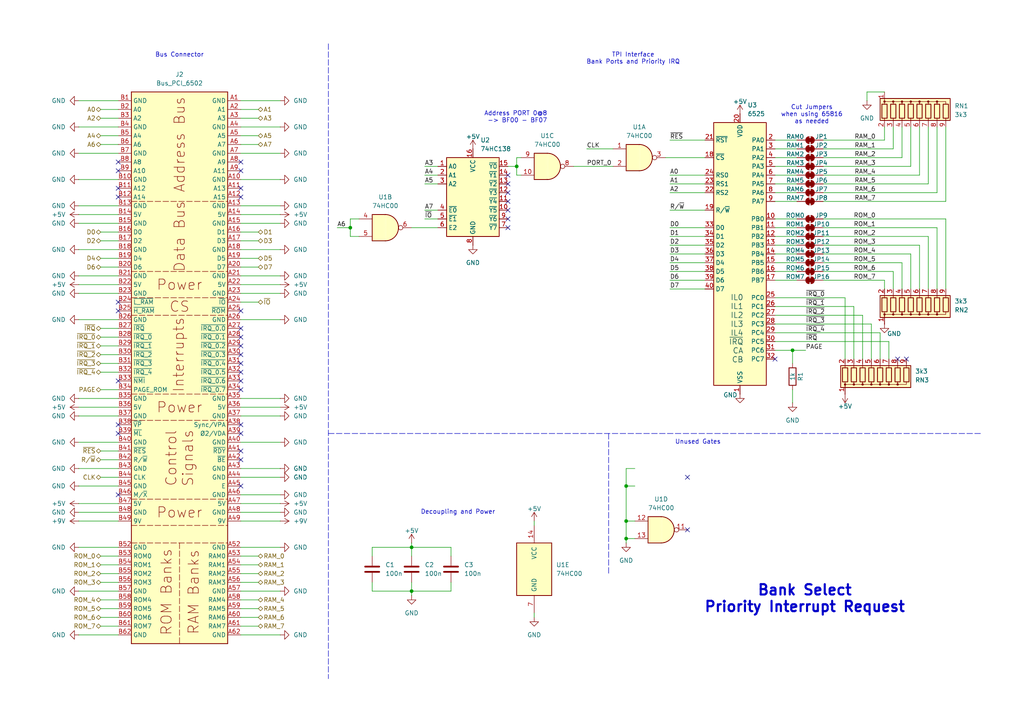
<source format=kicad_sch>
(kicad_sch (version 20231120) (generator "eeschema") (generator_version "8.0")
  (paper "A4")
  (title_block (title "S65xx Computer System") (date "2024-06-30") (rev "1.0") (company "Synthron"))
  (junction (at 119.38 171.45))
  (junction (at 181.61 140.97))
  (junction (at 149.86 48.26))
  (junction (at 101.6 66.04))
  (junction (at 181.61 151.13))
  (junction (at 229.87 101.6))
  (junction (at 119.38 158.75))
  (junction (at 181.61 156.21))
  (no_connect (at 34.29 54.61))
  (no_connect (at 34.29 87.63))
  (no_connect (at 224.79 104.14))
  (no_connect (at 34.29 57.15))
  (no_connect (at 34.29 90.17))
  (no_connect (at 147.32 55.88))
  (no_connect (at 69.85 102.87))
  (no_connect (at 69.85 90.17))
  (no_connect (at 69.85 123.19))
  (no_connect (at 69.85 125.73))
  (no_connect (at 69.85 130.81))
  (no_connect (at 69.85 97.79))
  (no_connect (at 69.85 46.99))
  (no_connect (at 34.29 110.49))
  (no_connect (at 34.29 143.51))
  (no_connect (at 147.32 60.96))
  (no_connect (at 147.32 50.8))
  (no_connect (at 69.85 113.03))
  (no_connect (at 199.39 138.43))
  (no_connect (at 69.85 54.61))
  (no_connect (at 69.85 107.95))
  (no_connect (at 69.85 100.33))
  (no_connect (at 34.29 49.53))
  (no_connect (at 260.35 104.14))
  (no_connect (at 69.85 105.41))
  (no_connect (at 147.32 53.34))
  (no_connect (at 69.85 110.49))
  (no_connect (at 69.85 140.97))
  (no_connect (at 69.85 133.35))
  (no_connect (at 147.32 66.04))
  (no_connect (at 34.29 46.99))
  (no_connect (at 262.89 104.14))
  (no_connect (at 34.29 125.73))
  (no_connect (at 34.29 123.19))
  (no_connect (at 69.85 49.53))
  (no_connect (at 69.85 57.15))
  (no_connect (at 147.32 58.42))
  (no_connect (at 199.39 153.67))
  (no_connect (at 147.32 63.5))
  (no_connect (at 69.85 95.25))
  (wire (pts (xy 181.61 151.13) (xy 184.15 151.13)))
  (wire (pts (xy 194.31 60.96) (xy 204.47 60.96)))
  (wire (pts (xy 81.28 118.11) (xy 69.85 118.11)))
  (wire (pts (xy 119.38 171.45) (xy 119.38 172.72)))
  (wire (pts (xy 81.28 29.21) (xy 69.85 29.21)))
  (wire (pts (xy 22.86 72.39) (xy 34.29 72.39)))
  (wire (pts (xy 264.16 83.82) (xy 264.16 73.66)))
  (wire (pts (xy 147.32 48.26) (xy 149.86 48.26)))
  (wire (pts (xy 29.21 133.35) (xy 34.29 133.35)))
  (wire (pts (xy 264.16 36.83) (xy 264.16 48.26)))
  (wire (pts (xy 224.79 93.98) (xy 252.73 93.98)))
  (wire (pts (xy 231.14 68.58) (xy 224.79 68.58)))
  (wire (pts (xy 29.21 179.07) (xy 34.29 179.07)))
  (wire (pts (xy 231.14 66.04) (xy 224.79 66.04)))
  (wire (pts (xy 269.24 83.82) (xy 269.24 68.58)))
  (wire (pts (xy 231.14 63.5) (xy 224.79 63.5)))
  (wire (pts (xy 231.14 55.88) (xy 224.79 55.88)))
  (wire (pts (xy 22.86 80.01) (xy 34.29 80.01)))
  (wire (pts (xy 231.14 73.66) (xy 224.79 73.66)))
  (wire (pts (xy 107.95 161.29) (xy 107.95 158.75)))
  (wire (pts (xy 81.28 171.45) (xy 69.85 171.45)))
  (wire (pts (xy 29.21 69.85) (xy 34.29 69.85)))
  (wire (pts (xy 151.13 45.72) (xy 149.86 45.72)))
  (wire (pts (xy 252.73 93.98) (xy 252.73 104.14)))
  (wire (pts (xy 238.76 48.26) (xy 264.16 48.26)))
  (wire (pts (xy 74.93 69.85) (xy 69.85 69.85)))
  (wire (pts (xy 101.6 63.5) (xy 104.14 63.5)))
  (wire (pts (xy 119.38 171.45) (xy 130.81 171.45)))
  (wire (pts (xy 181.61 156.21) (xy 184.15 156.21)))
  (wire (pts (xy 74.93 161.29) (xy 69.85 161.29)))
  (wire (pts (xy 257.81 99.06) (xy 257.81 104.14)))
  (wire (pts (xy 170.18 43.18) (xy 177.8 43.18)))
  (wire (pts (xy 22.86 62.23) (xy 34.29 62.23)))
  (wire (pts (xy 266.7 36.83) (xy 266.7 50.8)))
  (wire (pts (xy 29.21 176.53) (xy 34.29 176.53)))
  (wire (pts (xy 29.21 113.03) (xy 34.29 113.03)))
  (wire (pts (xy 261.62 36.83) (xy 261.62 45.72)))
  (wire (pts (xy 224.79 96.52) (xy 255.27 96.52)))
  (wire (pts (xy 181.61 140.97) (xy 184.15 140.97)))
  (wire (pts (xy 231.14 78.74) (xy 224.79 78.74)))
  (wire (pts (xy 74.93 74.93) (xy 69.85 74.93)))
  (wire (pts (xy 194.31 55.88) (xy 204.47 55.88)))
  (wire (pts (xy 29.21 161.29) (xy 34.29 161.29)))
  (wire (pts (xy 29.21 130.81) (xy 34.29 130.81)))
  (wire (pts (xy 229.87 101.6) (xy 224.79 101.6)))
  (wire (pts (xy 238.76 81.28) (xy 256.54 81.28)))
  (wire (pts (xy 266.7 83.82) (xy 266.7 71.12)))
  (wire (pts (xy 238.76 63.5) (xy 274.32 63.5)))
  (wire (pts (xy 107.95 171.45) (xy 119.38 171.45)))
  (wire (pts (xy 22.86 171.45) (xy 34.29 171.45)))
  (wire (pts (xy 74.93 77.47) (xy 69.85 77.47)))
  (wire (pts (xy 81.28 143.51) (xy 69.85 143.51)))
  (wire (pts (xy 29.21 39.37) (xy 34.29 39.37)))
  (wire (pts (xy 107.95 168.91) (xy 107.95 171.45)))
  (wire (pts (xy 238.76 66.04) (xy 271.78 66.04)))
  (wire (pts (xy 130.81 158.75) (xy 119.38 158.75)))
  (wire (pts (xy 81.28 44.45) (xy 69.85 44.45)))
  (wire (pts (xy 29.21 138.43) (xy 34.29 138.43)))
  (wire (pts (xy 271.78 36.83) (xy 271.78 55.88)))
  (wire (pts (xy 194.31 71.12) (xy 204.47 71.12)))
  (wire (pts (xy 255.27 96.52) (xy 255.27 104.14)))
  (wire (pts (xy 29.21 173.99) (xy 34.29 173.99)))
  (wire (pts (xy 74.93 173.99) (xy 69.85 173.99)))
  (wire (pts (xy 194.31 78.74) (xy 204.47 78.74)))
  (wire (pts (xy 119.38 157.48) (xy 119.38 158.75)))
  (wire (pts (xy 229.87 113.03) (xy 229.87 116.84)))
  (wire (pts (xy 149.86 48.26) (xy 149.86 50.8)))
  (wire (pts (xy 251.46 29.21) (xy 251.46 26.67)))
  (wire (pts (xy 231.14 58.42) (xy 224.79 58.42)))
  (wire (pts (xy 238.76 76.2) (xy 261.62 76.2)))
  (wire (pts (xy 81.28 115.57) (xy 69.85 115.57)))
  (wire (pts (xy 194.31 73.66) (xy 204.47 73.66)))
  (wire (pts (xy 29.21 102.87) (xy 34.29 102.87)))
  (wire (pts (xy 81.28 120.65) (xy 69.85 120.65)))
  (wire (pts (xy 81.28 184.15) (xy 69.85 184.15)))
  (wire (pts (xy 130.81 161.29) (xy 130.81 158.75)))
  (wire (pts (xy 181.61 156.21) (xy 181.61 151.13)))
  (wire (pts (xy 261.62 83.82) (xy 261.62 76.2)))
  (wire (pts (xy 154.94 151.13) (xy 154.94 152.4)))
  (wire (pts (xy 81.28 52.07) (xy 69.85 52.07)))
  (wire (pts (xy 81.28 36.83) (xy 69.85 36.83)))
  (wire (pts (xy 29.21 107.95) (xy 34.29 107.95)))
  (wire (pts (xy 22.86 82.55) (xy 34.29 82.55)))
  (wire (pts (xy 22.86 184.15) (xy 34.29 184.15)))
  (wire (pts (xy 107.95 158.75) (xy 119.38 158.75)))
  (wire (pts (xy 104.14 68.58) (xy 101.6 68.58)))
  (wire (pts (xy 194.31 50.8) (xy 204.47 50.8)))
  (wire (pts (xy 74.93 31.75) (xy 69.85 31.75)))
  (wire (pts (xy 22.86 44.45) (xy 34.29 44.45)))
  (wire (pts (xy 29.21 41.91) (xy 34.29 41.91)))
  (polyline (pts (xy 95.25 125.73) (xy 284.48 125.73)) (stroke (width 0) (type dash)))
  (wire (pts (xy 74.93 87.63) (xy 69.85 87.63)))
  (wire (pts (xy 22.86 85.09) (xy 34.29 85.09)))
  (wire (pts (xy 29.21 67.31) (xy 34.29 67.31)))
  (wire (pts (xy 181.61 135.89) (xy 184.15 135.89)))
  (polyline (pts (xy 95.25 12.7) (xy 95.25 196.85)) (stroke (width 0) (type dash)))
  (wire (pts (xy 81.28 158.75) (xy 69.85 158.75)))
  (wire (pts (xy 123.19 48.26) (xy 127 48.26)))
  (wire (pts (xy 238.76 71.12) (xy 266.7 71.12)))
  (wire (pts (xy 22.86 36.83) (xy 34.29 36.83)))
  (wire (pts (xy 231.14 40.64) (xy 224.79 40.64)))
  (wire (pts (xy 29.21 163.83) (xy 34.29 163.83)))
  (wire (pts (xy 194.31 66.04) (xy 204.47 66.04)))
  (wire (pts (xy 231.14 48.26) (xy 224.79 48.26)))
  (wire (pts (xy 81.28 135.89) (xy 69.85 135.89)))
  (wire (pts (xy 166.37 48.26) (xy 177.8 48.26)))
  (wire (pts (xy 269.24 36.83) (xy 269.24 53.34)))
  (wire (pts (xy 245.11 86.36) (xy 245.11 104.14)))
  (wire (pts (xy 81.28 72.39) (xy 69.85 72.39)))
  (wire (pts (xy 101.6 66.04) (xy 101.6 63.5)))
  (wire (pts (xy 74.93 179.07) (xy 69.85 179.07)))
  (wire (pts (xy 81.28 146.05) (xy 69.85 146.05)))
  (wire (pts (xy 81.28 138.43) (xy 69.85 138.43)))
  (wire (pts (xy 29.21 74.93) (xy 34.29 74.93)))
  (wire (pts (xy 22.86 128.27) (xy 34.29 128.27)))
  (wire (pts (xy 123.19 53.34) (xy 127 53.34)))
  (wire (pts (xy 22.86 158.75) (xy 34.29 158.75)))
  (wire (pts (xy 119.38 158.75) (xy 119.38 161.29)))
  (wire (pts (xy 149.86 50.8) (xy 151.13 50.8)))
  (wire (pts (xy 29.21 31.75) (xy 34.29 31.75)))
  (wire (pts (xy 81.28 82.55) (xy 69.85 82.55)))
  (wire (pts (xy 224.79 88.9) (xy 247.65 88.9)))
  (wire (pts (xy 247.65 88.9) (xy 247.65 104.14)))
  (wire (pts (xy 231.14 50.8) (xy 224.79 50.8)))
  (wire (pts (xy 74.93 166.37) (xy 69.85 166.37)))
  (wire (pts (xy 81.28 85.09) (xy 69.85 85.09)))
  (wire (pts (xy 22.86 151.13) (xy 34.29 151.13)))
  (wire (pts (xy 238.76 53.34) (xy 269.24 53.34)))
  (wire (pts (xy 194.31 83.82) (xy 204.47 83.82)))
  (wire (pts (xy 250.19 91.44) (xy 250.19 104.14)))
  (wire (pts (xy 238.76 55.88) (xy 271.78 55.88)))
  (wire (pts (xy 238.76 78.74) (xy 259.08 78.74)))
  (wire (pts (xy 74.93 67.31) (xy 69.85 67.31)))
  (wire (pts (xy 81.28 128.27) (xy 69.85 128.27)))
  (wire (pts (xy 81.28 148.59) (xy 69.85 148.59)))
  (wire (pts (xy 74.93 181.61) (xy 69.85 181.61)))
  (wire (pts (xy 231.14 71.12) (xy 224.79 71.12)))
  (wire (pts (xy 259.08 36.83) (xy 259.08 43.18)))
  (wire (pts (xy 231.14 45.72) (xy 224.79 45.72)))
  (wire (pts (xy 22.86 140.97) (xy 34.29 140.97)))
  (wire (pts (xy 194.31 53.34) (xy 204.47 53.34)))
  (wire (pts (xy 22.86 146.05) (xy 34.29 146.05)))
  (wire (pts (xy 22.86 59.69) (xy 34.29 59.69)))
  (wire (pts (xy 97.79 66.04) (xy 101.6 66.04)))
  (wire (pts (xy 238.76 43.18) (xy 259.08 43.18)))
  (wire (pts (xy 74.93 168.91) (xy 69.85 168.91)))
  (wire (pts (xy 231.14 43.18) (xy 224.79 43.18)))
  (wire (pts (xy 123.19 60.96) (xy 127 60.96)))
  (wire (pts (xy 81.28 80.01) (xy 69.85 80.01)))
  (wire (pts (xy 29.21 105.41) (xy 34.29 105.41)))
  (wire (pts (xy 22.86 64.77) (xy 34.29 64.77)))
  (wire (pts (xy 181.61 151.13) (xy 181.61 140.97)))
  (wire (pts (xy 22.86 29.21) (xy 34.29 29.21)))
  (wire (pts (xy 231.14 81.28) (xy 224.79 81.28)))
  (wire (pts (xy 74.93 34.29) (xy 69.85 34.29)))
  (wire (pts (xy 22.86 92.71) (xy 34.29 92.71)))
  (wire (pts (xy 101.6 68.58) (xy 101.6 66.04)))
  (wire (pts (xy 231.14 76.2) (xy 224.79 76.2)))
  (wire (pts (xy 231.14 53.34) (xy 224.79 53.34)))
  (wire (pts (xy 224.79 86.36) (xy 245.11 86.36)))
  (wire (pts (xy 256.54 36.83) (xy 256.54 40.64)))
  (wire (pts (xy 29.21 166.37) (xy 34.29 166.37)))
  (wire (pts (xy 29.21 95.25) (xy 34.29 95.25)))
  (wire (pts (xy 238.76 68.58) (xy 269.24 68.58)))
  (wire (pts (xy 251.46 26.67) (xy 256.54 26.67)))
  (wire (pts (xy 238.76 50.8) (xy 266.7 50.8)))
  (wire (pts (xy 204.47 45.72) (xy 193.04 45.72)))
  (wire (pts (xy 29.21 181.61) (xy 34.29 181.61)))
  (wire (pts (xy 22.86 135.89) (xy 34.29 135.89)))
  (wire (pts (xy 194.31 81.28) (xy 204.47 81.28)))
  (wire (pts (xy 238.76 40.64) (xy 256.54 40.64)))
  (wire (pts (xy 74.93 163.83) (xy 69.85 163.83)))
  (wire (pts (xy 29.21 97.79) (xy 34.29 97.79)))
  (wire (pts (xy 229.87 105.41) (xy 229.87 101.6)))
  (wire (pts (xy 149.86 45.72) (xy 149.86 48.26)))
  (wire (pts (xy 238.76 73.66) (xy 264.16 73.66)))
  (wire (pts (xy 274.32 36.83) (xy 274.32 58.42)))
  (wire (pts (xy 74.93 176.53) (xy 69.85 176.53)))
  (wire (pts (xy 154.94 177.8) (xy 154.94 179.07)))
  (wire (pts (xy 119.38 66.04) (xy 127 66.04)))
  (wire (pts (xy 274.32 63.5) (xy 274.32 83.82)))
  (wire (pts (xy 74.93 39.37) (xy 69.85 39.37)))
  (wire (pts (xy 81.28 64.77) (xy 69.85 64.77)))
  (wire (pts (xy 119.38 168.91) (xy 119.38 171.45)))
  (polyline (pts (xy 176.53 125.73) (xy 176.53 166.37)) (stroke (width 0) (type dash)))
  (wire (pts (xy 130.81 168.91) (xy 130.81 171.45)))
  (wire (pts (xy 229.87 101.6) (xy 233.68 101.6)))
  (wire (pts (xy 81.28 62.23) (xy 69.85 62.23)))
  (wire (pts (xy 181.61 157.48) (xy 181.61 156.21)))
  (wire (pts (xy 74.93 41.91) (xy 69.85 41.91)))
  (wire (pts (xy 181.61 140.97) (xy 181.61 135.89)))
  (wire (pts (xy 22.86 148.59) (xy 34.29 148.59)))
  (wire (pts (xy 29.21 100.33) (xy 34.29 100.33)))
  (wire (pts (xy 29.21 77.47) (xy 34.29 77.47)))
  (wire (pts (xy 259.08 83.82) (xy 259.08 78.74)))
  (wire (pts (xy 81.28 92.71) (xy 69.85 92.71)))
  (wire (pts (xy 22.86 115.57) (xy 34.29 115.57)))
  (wire (pts (xy 194.31 68.58) (xy 204.47 68.58)))
  (wire (pts (xy 256.54 83.82) (xy 256.54 81.28)))
  (wire (pts (xy 29.21 168.91) (xy 34.29 168.91)))
  (wire (pts (xy 123.19 50.8) (xy 127 50.8)))
  (wire (pts (xy 29.21 34.29) (xy 34.29 34.29)))
  (wire (pts (xy 22.86 120.65) (xy 34.29 120.65)))
  (wire (pts (xy 22.86 52.07) (xy 34.29 52.07)))
  (wire (pts (xy 238.76 58.42) (xy 274.32 58.42)))
  (wire (pts (xy 271.78 83.82) (xy 271.78 66.04)))
  (wire (pts (xy 238.76 45.72) (xy 261.62 45.72)))
  (wire (pts (xy 81.28 151.13) (xy 69.85 151.13)))
  (wire (pts (xy 194.31 76.2) (xy 204.47 76.2)))
  (wire (pts (xy 22.86 118.11) (xy 34.29 118.11)))
  (wire (pts (xy 81.28 59.69) (xy 69.85 59.69)))
  (wire (pts (xy 224.79 99.06) (xy 257.81 99.06)))
  (wire (pts (xy 224.79 91.44) (xy 250.19 91.44)))
  (wire (pts (xy 123.19 63.5) (xy 127 63.5)))
  (wire (pts (xy 194.31 40.64) (xy 204.47 40.64)))
  (text "Bus Connector" (at 52.07 16.002 0) (effects (font (size 1.27 1.27))))
  (text "Cut Jumpers\nwhen using 65816\nas needed" (at 235.458 33.274 0) (effects (font (size 1.27 1.27))))
  (text "Bank Select\nPriority Interrupt Request" (at 233.426 173.736 0) (effects (font (size 3 3) (thickness 0.6) (bold yes))))
  (text "TPI Interface\nBank Ports and Priority IRQ" (at 183.642 17.018 0) (effects (font (size 1.27 1.27))))
  (text "Decoupling and Power" (at 132.842 148.59 0) (effects (font (size 1.27 1.27))))
  (text "Unused Gates" (at 202.438 128.27 0) (effects (font (size 1.27 1.27))))
  (text "Address PORT 0@8\n-> BF00 - BF07" (at 158.75 34.036 0) (effects (font (size 1.27 1.27)) (justify right)))
  (text "IL0\nIL1\nIL2\nIL3\nIL4\n~{IRQ}\nCA\nCB" (at 215.646 95.504 0) (effects (font (size 1.6 1.6)) (justify right)))
  (label "~{IO}" (at 123.19 63.5 0))
  (label "RAM_5" (at 254 53.34 180))
  (label "A0" (at 194.31 50.8 0))
  (label "RAM_2" (at 254 45.72 180))
  (label "ROM_0" (at 254 63.5 180))
  (label "PORT_0" (at 170.18 48.26 0))
  (label "RAM_7" (at 254 58.42 180))
  (label "RAM_0" (at 254 40.64 180))
  (label "~{IRQ_4}" (at 233.68 96.52 0))
  (label "R{slash}~{W}" (at 194.31 60.96 0))
  (label "A3" (at 123.19 48.26 0))
  (label "ROM_6" (at 254 78.74 180))
  (label "PAGE" (at 233.68 101.6 0))
  (label "~{IRQ_3}" (at 233.68 93.98 0))
  (label "A7" (at 123.19 60.96 0))
  (label "A4" (at 123.19 50.8 0))
  (label "D3" (at 194.31 73.66 0))
  (label "ROM_4" (at 254 73.66 180))
  (label "~{IRQ}" (at 233.68 99.06 0))
  (label "D6" (at 194.31 81.28 0))
  (label "~{IRQ_2}" (at 233.68 91.44 0))
  (label "A6" (at 97.79 66.04 0))
  (label "D0" (at 194.31 66.04 0))
  (label "D2" (at 194.31 71.12 0))
  (label "ROM_1" (at 254 66.04 180))
  (label "~{IRQ_1}" (at 233.68 88.9 0))
  (label "D4" (at 194.31 76.2 0))
  (label "D7" (at 194.31 83.82 0))
  (label "ROM_3" (at 254 71.12 180))
  (label "CLK" (at 170.18 43.18 0))
  (label "RAM_1" (at 254 43.18 180))
  (label "ROM_2" (at 254 68.58 180))
  (label "RAM_6" (at 254 55.88 180))
  (label "RAM_3" (at 254 48.26 180))
  (label "~{RES}" (at 194.31 40.64 0))
  (label "~{IRQ_0}" (at 233.68 86.36 0))
  (label "A2" (at 194.31 55.88 0))
  (label "D1" (at 194.31 68.58 0))
  (label "RAM_4" (at 254 50.8 180))
  (label "D5" (at 194.31 78.74 0))
  (label "ROM_5" (at 254 76.2 180))
  (label "ROM_7" (at 254 81.28 180))
  (label "A1" (at 194.31 53.34 0))
  (label "A5" (at 123.19 53.34 0))
  (hierarchical_label "D5" (shape bidirectional) (at 74.93 74.93 0))
  (hierarchical_label "~{IRQ_4}" (shape bidirectional) (at 29.21 107.95 180))
  (hierarchical_label "A5" (shape bidirectional) (at 74.93 39.37 0))
  (hierarchical_label "ROM_6" (shape bidirectional) (at 29.21 179.07 180))
  (hierarchical_label "RAM_2" (shape bidirectional) (at 74.93 166.37 0))
  (hierarchical_label "ROM_1" (shape bidirectional) (at 29.21 163.83 180))
  (hierarchical_label "PAGE" (shape bidirectional) (at 29.21 113.03 180))
  (hierarchical_label "A2" (shape bidirectional) (at 29.21 34.29 180))
  (hierarchical_label "ROM_2" (shape bidirectional) (at 29.21 166.37 180))
  (hierarchical_label "D3" (shape bidirectional) (at 74.93 69.85 0))
  (hierarchical_label "D2" (shape bidirectional) (at 29.21 69.85 180))
  (hierarchical_label "~{IRQ_3}" (shape bidirectional) (at 29.21 105.41 180))
  (hierarchical_label "RAM_5" (shape bidirectional) (at 74.93 176.53 0))
  (hierarchical_label "D4" (shape bidirectional) (at 29.21 74.93 180))
  (hierarchical_label "ROM_7" (shape bidirectional) (at 29.21 181.61 180))
  (hierarchical_label "RAM_4" (shape bidirectional) (at 74.93 173.99 0))
  (hierarchical_label "~{IRQ_0}" (shape bidirectional) (at 29.21 97.79 180))
  (hierarchical_label "~{IRQ}" (shape bidirectional) (at 29.21 95.25 180))
  (hierarchical_label "~{IRQ_1}" (shape bidirectional) (at 29.21 100.33 180))
  (hierarchical_label "RAM_7" (shape bidirectional) (at 74.93 181.61 0))
  (hierarchical_label "~{RES}" (shape bidirectional) (at 29.21 130.81 180))
  (hierarchical_label "ROM_5" (shape bidirectional) (at 29.21 176.53 180))
  (hierarchical_label "A1" (shape bidirectional) (at 74.93 31.75 0))
  (hierarchical_label "RAM_3" (shape bidirectional) (at 74.93 168.91 0))
  (hierarchical_label "~{IRQ_2}" (shape bidirectional) (at 29.21 102.87 180))
  (hierarchical_label "A4" (shape bidirectional) (at 29.21 39.37 180))
  (hierarchical_label "A0" (shape bidirectional) (at 29.21 31.75 180))
  (hierarchical_label "A7" (shape bidirectional) (at 74.93 41.91 0))
  (hierarchical_label "D0" (shape bidirectional) (at 29.21 67.31 180))
  (hierarchical_label "CLK" (shape bidirectional) (at 29.21 138.43 180))
  (hierarchical_label "A3" (shape bidirectional) (at 74.93 34.29 0))
  (hierarchical_label "D6" (shape bidirectional) (at 29.21 77.47 180))
  (hierarchical_label "RAM_0" (shape bidirectional) (at 74.93 161.29 0))
  (hierarchical_label "D1" (shape bidirectional) (at 74.93 67.31 0))
  (hierarchical_label "R{slash}~{W}" (shape bidirectional) (at 29.21 133.35 180))
  (hierarchical_label "D7" (shape bidirectional) (at 74.93 77.47 0))
  (hierarchical_label "ROM_4" (shape bidirectional) (at 29.21 173.99 180))
  (hierarchical_label "ROM_0" (shape bidirectional) (at 29.21 161.29 180))
  (hierarchical_label "A6" (shape bidirectional) (at 29.21 41.91 180))
  (hierarchical_label "ROM_3" (shape bidirectional) (at 29.21 168.91 180))
  (hierarchical_label "RAM_1" (shape bidirectional) (at 74.93 163.83 0))
  (hierarchical_label "~{IO}" (shape bidirectional) (at 74.93 87.63 0))
  (hierarchical_label "RAM_6" (shape bidirectional) (at 74.93 179.07 0))
  (symbol (lib_id "74xx:74HC00") (at 191.77 153.67 0) (unit 4)
    (property "Reference" "U1" (at 191.7617 144.78 0))
    (property "Value" "74HC00" (at 191.7617 147.32 0))
    (property "Footprint" "Package_DIP:DIP-14_W7.62mm_LongPads" (effects (hide yes)))
    (property "Datasheet" "http://www.ti.com/lit/gpn/sn74hc00" (effects (hide yes)))
    (property "Description" "quad 2-input NAND gate" (effects (hide yes)))
  )
  (symbol (lib_id "power:GND") (at 22.86 64.77 270) (unit 1)
    (property "Reference" "#PWR016" (effects (hide yes)))
    (property "Value" "GND" (at 19.05 64.7699 90) (effects (justify right)))
    (property "Description" "Power symbol creates a global label with name \"GND\" , ground" (effects (hide yes)))
  )
  (symbol (lib_id "power:GND") (at 81.28 29.21 90) (mirror x) (unit 1)
    (property "Reference" "#PWR02" (effects (hide yes)))
    (property "Value" "GND" (at 85.09 29.2099 90) (effects (justify right)))
    (property "Description" "Power symbol creates a global label with name \"GND\" , ground" (effects (hide yes)))
  )
  (symbol (lib_id "power:GND") (at 81.28 171.45 90) (unit 1)
    (property "Reference" "#PWR060" (effects (hide yes)))
    (property "Value" "GND" (at 85.09 171.4501 90) (effects (justify right)))
    (property "Description" "Power symbol creates a global label with name \"GND\" , ground" (effects (hide yes)))
  )
  (symbol (lib_id "power:+5V") (at 137.16 43.18 0) (unit 1)
    (property "Reference" "#PWR09" (effects (hide yes)))
    (property "Value" "+5V" (at 137.16 39.624 0))
    (property "Description" "Power symbol creates a global label with name \"+5V\"" (effects (hide yes)))
  )
  (symbol (lib_id "power:GND") (at 81.28 85.09 90) (mirror x) (unit 1)
    (property "Reference" "#PWR026" (effects (hide yes)))
    (property "Value" "GND" (at 85.09 85.0899 90) (effects (justify right)))
    (property "Description" "Power symbol creates a global label with name \"GND\" , ground" (effects (hide yes)))
  )
  (symbol (lib_id "74xx:74HC00") (at 154.94 165.1 0) (unit 5)
    (property "Reference" "U1" (at 161.29 163.8299 0) (effects (justify left)))
    (property "Value" "74HC00" (at 161.29 166.3699 0) (effects (justify left)))
    (property "Footprint" "Package_DIP:DIP-14_W7.62mm_LongPads" (effects (hide yes)))
    (property "Datasheet" "http://www.ti.com/lit/gpn/sn74hc00" (effects (hide yes)))
    (property "Description" "quad 2-input NAND gate" (effects (hide yes)))
  )
  (symbol (lib_id "power:GND") (at 22.86 85.09 270) (unit 1)
    (property "Reference" "#PWR025" (effects (hide yes)))
    (property "Value" "GND" (at 19.05 85.0899 90) (effects (justify right)))
    (property "Description" "Power symbol creates a global label with name \"GND\" , ground" (effects (hide yes)))
  )
  (symbol (lib_id "power:GND") (at 22.86 140.97 270) (unit 1)
    (property "Reference" "#PWR045" (effects (hide yes)))
    (property "Value" "GND" (at 19.05 140.9699 90) (effects (justify right)))
    (property "Description" "Power symbol creates a global label with name \"GND\" , ground" (effects (hide yes)))
  )
  (symbol (lib_id "Device:C") (at 107.95 165.1 0) (unit 1)
    (property "Reference" "C1" (at 111.76 163.8299 0) (effects (justify left)))
    (property "Value" "100n" (at 111.76 166.3699 0) (effects (justify left)))
    (property "Footprint" "Capacitor_SMD:C_0805_2012Metric" (effects (hide yes)))
    (property "Description" "Unpolarized capacitor" (effects (hide yes)))
  )
  (symbol (lib_id "power:+5V") (at 245.11 114.3 0) (mirror x) (unit 1)
    (property "Reference" "#PWR033" (effects (hide yes)))
    (property "Value" "+5V" (at 245.11 117.856 0))
    (property "Description" "Power symbol creates a global label with name \"+5V\"" (effects (hide yes)))
  )
  (symbol (lib_id "power:GND") (at 229.87 116.84 0) (mirror y) (unit 1)
    (property "Reference" "#PWR036" (effects (hide yes)))
    (property "Value" "GND" (at 229.87 121.92 0))
    (property "Description" "Power symbol creates a global label with name \"GND\" , ground" (effects (hide yes)))
  )
  (symbol (lib_id "power:GND") (at 22.86 80.01 270) (unit 1)
    (property "Reference" "#PWR021" (effects (hide yes)))
    (property "Value" "GND" (at 19.05 80.0099 90) (effects (justify right)))
    (property "Description" "Power symbol creates a global label with name \"GND\" , ground" (effects (hide yes)))
  )
  (symbol (lib_id "power:GND") (at 154.94 179.07 0) (unit 1)
    (property "Reference" "#PWR057" (effects (hide yes)))
    (property "Value" "GND" (at 154.94 184.15 0))
    (property "Description" "Power symbol creates a global label with name \"GND\" , ground" (effects (hide yes)))
  )
  (symbol (lib_id "power:GND") (at 22.86 92.71 270) (unit 1)
    (property "Reference" "#PWR027" (effects (hide yes)))
    (property "Value" "GND" (at 19.05 92.7099 90) (effects (justify right)))
    (property "Description" "Power symbol creates a global label with name \"GND\" , ground" (effects (hide yes)))
  )
  (symbol (lib_id "power:GND") (at 214.63 114.3 0) (mirror y) (unit 1)
    (property "Reference" "#PWR032" (effects (hide yes)))
    (property "Value" "GND" (at 211.836 114.554 0))
    (property "Description" "Power symbol creates a global label with name \"GND\" , ground" (effects (hide yes)))
  )
  (symbol (lib_id "6502:6525") (at 214.63 73.66 0) (unit 1)
    (property "Reference" "U3" (at 216.8241 30.48 0) (effects (justify left)))
    (property "Value" "6525" (at 216.8241 33.02 0) (effects (justify left)))
    (property "Footprint" "Package_DIP:DIP-40_W15.24mm" (effects (hide yes)))
    (property "Datasheet" "http://www.6502.org/documents/datasheets/mos/mos_6525_tpi_preliminary.pdf" (effects (hide yes)))
    (property "Description" "NMOS Tri-Port Interface (TPI), 24-pin I/O, DIP-40" (effects (hide yes)))
  )
  (symbol (lib_id "power:GND") (at 81.28 135.89 90) (mirror x) (unit 1)
    (property "Reference" "#PWR043" (effects (hide yes)))
    (property "Value" "GND" (at 85.09 135.8899 90) (effects (justify right)))
    (property "Description" "Power symbol creates a global label with name \"GND\" , ground" (effects (hide yes)))
  )
  (symbol (lib_id "power:+9V") (at 22.86 151.13 90) (unit 1)
    (property "Reference" "#PWR052" (effects (hide yes)))
    (property "Value" "+9V" (at 19.05 151.1299 90) (effects (justify left)))
    (property "Description" "Power symbol creates a global label with name \"+9V\"" (effects (hide yes)))
  )
  (symbol (lib_id "Jumper:SolderJumper_2_Bridged") (at 234.95 50.8 0) (unit 1) (exclude_from_sim yes) (in_bom no)
    (property "Reference" "JP5" (at 238.252 49.784 0))
    (property "Value" "RAM4" (at 230.632 49.784 0))
    (property "Footprint" "Jumper:SolderJumper-2_P1.3mm_Bridged_RoundedPad1.0x1.5mm" (effects (hide yes)))
    (property "Description" "Solder Jumper, 2-pole, closed/bridged" (effects (hide yes)))
  )
  (symbol (lib_id "power:GND") (at 22.86 171.45 270) (unit 1)
    (property "Reference" "#PWR059" (effects (hide yes)))
    (property "Value" "GND" (at 19.05 171.4499 90) (effects (justify right)))
    (property "Description" "Power symbol creates a global label with name \"GND\" , ground" (effects (hide yes)))
  )
  (symbol (lib_id "Jumper:SolderJumper_2_Bridged") (at 234.95 76.2 0) (unit 1) (exclude_from_sim yes) (in_bom no)
    (property "Reference" "JP14" (at 238.252 75.184 0))
    (property "Value" "ROM5" (at 230.632 75.184 0))
    (property "Footprint" "Jumper:SolderJumper-2_P1.3mm_Bridged_RoundedPad1.0x1.5mm" (effects (hide yes)))
    (property "Description" "Solder Jumper, 2-pole, closed/bridged" (effects (hide yes)))
  )
  (symbol (lib_id "power:GND") (at 22.86 135.89 270) (unit 1)
    (property "Reference" "#PWR042" (effects (hide yes)))
    (property "Value" "GND" (at 19.05 135.8899 90) (effects (justify right)))
    (property "Description" "Power symbol creates a global label with name \"GND\" , ground" (effects (hide yes)))
  )
  (symbol (lib_id "Device:R_Network08") (at 266.7 88.9 0) (mirror x) (unit 1)
    (property "Reference" "RN2" (at 276.86 89.9161 0) (effects (justify left)))
    (property "Value" "3k3" (at 276.86 87.3761 0) (effects (justify left)))
    (property "Footprint" "Resistor_THT:R_Array_SIP9" (effects (hide yes)))
    (property "Datasheet" "http://www.vishay.com/docs/31509/csc.pdf" (effects (hide yes)))
    (property "Description" "8 resistor network, star topology, bussed resistors, small symbol" (effects (hide yes)))
  )
  (symbol (lib_id "power:GND") (at 22.86 29.21 270) (unit 1)
    (property "Reference" "#PWR01" (effects (hide yes)))
    (property "Value" "GND" (at 19.05 29.2099 90) (effects (justify right)))
    (property "Description" "Power symbol creates a global label with name \"GND\" , ground" (effects (hide yes)))
  )
  (symbol (lib_id "power:GND") (at 81.28 128.27 90) (mirror x) (unit 1)
    (property "Reference" "#PWR040" (effects (hide yes)))
    (property "Value" "GND" (at 85.09 128.2699 90) (effects (justify right)))
    (property "Description" "Power symbol creates a global label with name \"GND\" , ground" (effects (hide yes)))
  )
  (symbol (lib_id "Jumper:SolderJumper_2_Bridged") (at 234.95 68.58 0) (unit 1) (exclude_from_sim yes) (in_bom no)
    (property "Reference" "JP11" (at 238.252 67.564 0))
    (property "Value" "ROM2" (at 230.632 67.564 0))
    (property "Footprint" "Jumper:SolderJumper-2_P1.3mm_Bridged_RoundedPad1.0x1.5mm" (effects (hide yes)))
    (property "Description" "Solder Jumper, 2-pole, closed/bridged" (effects (hide yes)))
  )
  (symbol (lib_id "power:GND") (at 81.28 158.75 90) (unit 1)
    (property "Reference" "#PWR056" (effects (hide yes)))
    (property "Value" "GND" (at 85.09 158.7501 90) (effects (justify right)))
    (property "Description" "Power symbol creates a global label with name \"GND\" , ground" (effects (hide yes)))
  )
  (symbol (lib_id "Jumper:SolderJumper_2_Bridged") (at 234.95 45.72 0) (unit 1) (exclude_from_sim yes) (in_bom no)
    (property "Reference" "JP3" (at 238.252 44.704 0))
    (property "Value" "RAM2" (at 230.632 44.704 0))
    (property "Footprint" "Jumper:SolderJumper-2_P1.3mm_Bridged_RoundedPad1.0x1.5mm" (effects (hide yes)))
    (property "Description" "Solder Jumper, 2-pole, closed/bridged" (effects (hide yes)))
  )
  (symbol (lib_id "Jumper:SolderJumper_2_Bridged") (at 234.95 73.66 0) (unit 1) (exclude_from_sim yes) (in_bom no)
    (property "Reference" "JP13" (at 238.252 72.644 0))
    (property "Value" "ROM4" (at 230.632 72.644 0))
    (property "Footprint" "Jumper:SolderJumper-2_P1.3mm_Bridged_RoundedPad1.0x1.5mm" (effects (hide yes)))
    (property "Description" "Solder Jumper, 2-pole, closed/bridged" (effects (hide yes)))
  )
  (symbol (lib_id "Jumper:SolderJumper_2_Bridged") (at 234.95 81.28 0) (unit 1) (exclude_from_sim yes) (in_bom no)
    (property "Reference" "JP16" (at 238.252 80.264 0))
    (property "Value" "ROM7" (at 230.632 80.264 0))
    (property "Footprint" "Jumper:SolderJumper-2_P1.3mm_Bridged_RoundedPad1.0x1.5mm" (effects (hide yes)))
    (property "Description" "Solder Jumper, 2-pole, closed/bridged" (effects (hide yes)))
  )
  (symbol (lib_id "74xx:74HC138") (at 137.16 58.42 0) (unit 1)
    (property "Reference" "U2" (at 139.3541 40.64 0) (effects (justify left)))
    (property "Value" "74HC138" (at 139.3541 43.18 0) (effects (justify left)))
    (property "Footprint" "Package_DIP:DIP-16_W7.62mm_LongPads" (effects (hide yes)))
    (property "Datasheet" "http://www.ti.com/lit/ds/symlink/cd74hc238.pdf" (effects (hide yes)))
    (property "Description" "3-to-8 line decoder/multiplexer inverting, DIP-16/SOIC-16/SSOP-16" (effects (hide yes)))
  )
  (symbol (lib_id "power:GND") (at 22.86 44.45 270) (unit 1)
    (property "Reference" "#PWR07" (effects (hide yes)))
    (property "Value" "GND" (at 19.05 44.4499 90) (effects (justify right)))
    (property "Description" "Power symbol creates a global label with name \"GND\" , ground" (effects (hide yes)))
  )
  (symbol (lib_id "power:GND") (at 81.28 120.65 90) (mirror x) (unit 1)
    (property "Reference" "#PWR038" (effects (hide yes)))
    (property "Value" "GND" (at 85.09 120.6499 90) (effects (justify right)))
    (property "Description" "Power symbol creates a global label with name \"GND\" , ground" (effects (hide yes)))
  )
  (symbol (lib_id "power:GND") (at 256.54 93.98 0) (mirror y) (unit 1)
    (property "Reference" "#PWR029" (effects (hide yes)))
    (property "Value" "GND" (at 259.334 96.774 0))
    (property "Description" "Power symbol creates a global label with name \"GND\" , ground" (effects (hide yes)))
  )
  (symbol (lib_id "power:GND") (at 22.86 72.39 270) (unit 1)
    (property "Reference" "#PWR018" (effects (hide yes)))
    (property "Value" "GND" (at 19.05 72.3899 90) (effects (justify right)))
    (property "Description" "Power symbol creates a global label with name \"GND\" , ground" (effects (hide yes)))
  )
  (symbol (lib_id "power:GND") (at 22.86 184.15 270) (unit 1)
    (property "Reference" "#PWR061" (effects (hide yes)))
    (property "Value" "GND" (at 19.05 184.1499 90) (effects (justify right)))
    (property "Description" "Power symbol creates a global label with name \"GND\" , ground" (effects (hide yes)))
  )
  (symbol (lib_id "power:+5V") (at 22.86 62.23 90) (unit 1)
    (property "Reference" "#PWR014" (effects (hide yes)))
    (property "Value" "+5V" (at 19.05 62.2299 90) (effects (justify left)))
    (property "Description" "Power symbol creates a global label with name \"+5V\"" (effects (hide yes)))
  )
  (symbol (lib_id "power:+5V") (at 22.86 82.55 90) (unit 1)
    (property "Reference" "#PWR023" (effects (hide yes)))
    (property "Value" "+5V" (at 19.05 82.5499 90) (effects (justify left)))
    (property "Description" "Power symbol creates a global label with name \"+5V\"" (effects (hide yes)))
  )
  (symbol (lib_id "power:GND") (at 81.28 64.77 90) (mirror x) (unit 1)
    (property "Reference" "#PWR017" (effects (hide yes)))
    (property "Value" "GND" (at 85.09 64.7699 90) (effects (justify right)))
    (property "Description" "Power symbol creates a global label with name \"GND\" , ground" (effects (hide yes)))
  )
  (symbol (lib_id "Jumper:SolderJumper_2_Bridged") (at 234.95 63.5 0) (unit 1) (exclude_from_sim yes) (in_bom no)
    (property "Reference" "JP9" (at 238.252 62.484 0))
    (property "Value" "ROM0" (at 230.632 62.484 0))
    (property "Footprint" "Jumper:SolderJumper-2_P1.3mm_Bridged_RoundedPad1.0x1.5mm" (effects (hide yes)))
    (property "Description" "Solder Jumper, 2-pole, closed/bridged" (effects (hide yes)))
  )
  (symbol (lib_id "power:GND") (at 119.38 172.72 0) (unit 1)
    (property "Reference" "#PWR054" (effects (hide yes)))
    (property "Value" "GND" (at 119.38 177.8 0))
    (property "Description" "Power symbol creates a global label with name \"GND\" , ground" (effects (hide yes)))
  )
  (symbol (lib_id "power:GND") (at 81.28 92.71 90) (mirror x) (unit 1)
    (property "Reference" "#PWR028" (effects (hide yes)))
    (property "Value" "GND" (at 85.09 92.7099 90) (effects (justify right)))
    (property "Description" "Power symbol creates a global label with name \"GND\" , ground" (effects (hide yes)))
  )
  (symbol (lib_id "power:GND") (at 251.46 29.21 0) (unit 1)
    (property "Reference" "#PWR03" (effects (hide yes)))
    (property "Value" "GND" (at 251.46 34.29 0))
    (property "Description" "Power symbol creates a global label with name \"GND\" , ground" (effects (hide yes)))
  )
  (symbol (lib_id "power:GND") (at 81.28 184.15 90) (unit 1)
    (property "Reference" "#PWR062" (effects (hide yes)))
    (property "Value" "GND" (at 85.09 184.1501 90) (effects (justify right)))
    (property "Description" "Power symbol creates a global label with name \"GND\" , ground" (effects (hide yes)))
  )
  (symbol (lib_id "power:+5V") (at 81.28 82.55 270) (mirror x) (unit 1)
    (property "Reference" "#PWR024" (effects (hide yes)))
    (property "Value" "+5V" (at 85.09 82.5499 90) (effects (justify left)))
    (property "Description" "Power symbol creates a global label with name \"+5V\"" (effects (hide yes)))
  )
  (symbol (lib_id "Device:C") (at 119.38 165.1 0) (unit 1)
    (property "Reference" "C2" (at 123.19 163.8299 0) (effects (justify left)))
    (property "Value" "100n" (at 123.19 166.3699 0) (effects (justify left)))
    (property "Footprint" "Capacitor_SMD:C_0805_2012Metric" (effects (hide yes)))
    (property "Description" "Unpolarized capacitor" (effects (hide yes)))
  )
  (symbol (lib_id "power:+5V") (at 22.86 118.11 90) (unit 1)
    (property "Reference" "#PWR034" (effects (hide yes)))
    (property "Value" "+5V" (at 19.05 118.1099 90) (effects (justify left)))
    (property "Description" "Power symbol creates a global label with name \"+5V\"" (effects (hide yes)))
  )
  (symbol (lib_id "Jumper:SolderJumper_2_Bridged") (at 234.95 43.18 0) (unit 1) (exclude_from_sim yes) (in_bom no)
    (property "Reference" "JP2" (at 238.252 42.164 0))
    (property "Value" "RAM1" (at 230.632 42.164 0))
    (property "Footprint" "Jumper:SolderJumper-2_P1.3mm_Bridged_RoundedPad1.0x1.5mm" (effects (hide yes)))
    (property "Description" "Solder Jumper, 2-pole, closed/bridged" (effects (hide yes)))
  )
  (symbol (lib_id "power:GND") (at 22.86 36.83 270) (unit 1)
    (property "Reference" "#PWR05" (effects (hide yes)))
    (property "Value" "GND" (at 19.05 36.8299 90) (effects (justify right)))
    (property "Description" "Power symbol creates a global label with name \"GND\" , ground" (effects (hide yes)))
  )
  (symbol (lib_id "74xx:74HC00") (at 111.76 66.04 0) (unit 2)
    (property "Reference" "U1" (at 111.7517 57.15 0))
    (property "Value" "74HC00" (at 111.7517 59.69 0))
    (property "Footprint" "Package_DIP:DIP-14_W7.62mm_LongPads" (effects (hide yes)))
    (property "Datasheet" "http://www.ti.com/lit/gpn/sn74hc00" (effects (hide yes)))
    (property "Description" "quad 2-input NAND gate" (effects (hide yes)))
  )
  (symbol (lib_id "power:GND") (at 81.28 59.69 90) (mirror x) (unit 1)
    (property "Reference" "#PWR013" (effects (hide yes)))
    (property "Value" "GND" (at 85.09 59.6899 90) (effects (justify right)))
    (property "Description" "Power symbol creates a global label with name \"GND\" , ground" (effects (hide yes)))
  )
  (symbol (lib_id "power:GND") (at 22.86 52.07 270) (unit 1)
    (property "Reference" "#PWR010" (effects (hide yes)))
    (property "Value" "GND" (at 19.05 52.0699 90) (effects (justify right)))
    (property "Description" "Power symbol creates a global label with name \"GND\" , ground" (effects (hide yes)))
  )
  (symbol (lib_id "power:+5V") (at 22.86 146.05 90) (unit 1)
    (property "Reference" "#PWR048" (effects (hide yes)))
    (property "Value" "+5V" (at 19.05 146.0499 90) (effects (justify left)))
    (property "Description" "Power symbol creates a global label with name \"+5V\"" (effects (hide yes)))
  )
  (symbol (lib_id "power:GND") (at 81.28 44.45 90) (mirror x) (unit 1)
    (property "Reference" "#PWR08" (effects (hide yes)))
    (property "Value" "GND" (at 85.09 44.4499 90) (effects (justify right)))
    (property "Description" "Power symbol creates a global label with name \"GND\" , ground" (effects (hide yes)))
  )
  (symbol (lib_id "Jumper:SolderJumper_2_Bridged") (at 234.95 71.12 0) (unit 1) (exclude_from_sim yes) (in_bom no)
    (property "Reference" "JP12" (at 238.252 70.104 0))
    (property "Value" "ROM3" (at 230.632 70.104 0))
    (property "Footprint" "Jumper:SolderJumper-2_P1.3mm_Bridged_RoundedPad1.0x1.5mm" (effects (hide yes)))
    (property "Description" "Solder Jumper, 2-pole, closed/bridged" (effects (hide yes)))
  )
  (symbol (lib_id "power:GND") (at 181.61 157.48 0) (mirror y) (unit 1)
    (property "Reference" "#PWR058" (effects (hide yes)))
    (property "Value" "GND" (at 181.61 162.56 0))
    (property "Description" "Power symbol creates a global label with name \"GND\" , ground" (effects (hide yes)))
  )
  (symbol (lib_id "74xx:74HC00") (at 158.75 48.26 0) (unit 3)
    (property "Reference" "U1" (at 158.7417 39.37 0))
    (property "Value" "74HC00" (at 158.7417 41.91 0))
    (property "Footprint" "Package_DIP:DIP-14_W7.62mm_LongPads" (effects (hide yes)))
    (property "Datasheet" "http://www.ti.com/lit/gpn/sn74hc00" (effects (hide yes)))
    (property "Description" "quad 2-input NAND gate" (effects (hide yes)))
  )
  (symbol (lib_id "power:GND") (at 81.28 36.83 90) (mirror x) (unit 1)
    (property "Reference" "#PWR06" (effects (hide yes)))
    (property "Value" "GND" (at 85.09 36.8299 90) (effects (justify right)))
    (property "Description" "Power symbol creates a global label with name \"GND\" , ground" (effects (hide yes)))
  )
  (symbol (lib_id "power:+5V") (at 81.28 62.23 270) (mirror x) (unit 1)
    (property "Reference" "#PWR015" (effects (hide yes)))
    (property "Value" "+5V" (at 85.09 62.2299 90) (effects (justify left)))
    (property "Description" "Power symbol creates a global label with name \"+5V\"" (effects (hide yes)))
  )
  (symbol (lib_id "Jumper:SolderJumper_2_Bridged") (at 234.95 48.26 0) (unit 1) (exclude_from_sim yes) (in_bom no)
    (property "Reference" "JP4" (at 238.252 47.244 0))
    (property "Value" "RAM3" (at 230.632 47.244 0))
    (property "Footprint" "Jumper:SolderJumper-2_P1.3mm_Bridged_RoundedPad1.0x1.5mm" (effects (hide yes)))
    (property "Description" "Solder Jumper, 2-pole, closed/bridged" (effects (hide yes)))
  )
  (symbol (lib_id "power:GND") (at 22.86 120.65 270) (unit 1)
    (property "Reference" "#PWR037" (effects (hide yes)))
    (property "Value" "GND" (at 19.05 120.6499 90) (effects (justify right)))
    (property "Description" "Power symbol creates a global label with name \"GND\" , ground" (effects (hide yes)))
  )
  (symbol (lib_id "power:+5V") (at 81.28 118.11 270) (mirror x) (unit 1)
    (property "Reference" "#PWR035" (effects (hide yes)))
    (property "Value" "+5V" (at 85.09 118.1099 90) (effects (justify left)))
    (property "Description" "Power symbol creates a global label with name \"+5V\"" (effects (hide yes)))
  )
  (symbol (lib_id "Device:R") (at 229.87 109.22 0) (mirror x) (unit 1)
    (property "Reference" "R1" (at 232.156 109.22 90))
    (property "Value" "1k" (at 229.87 109.22 90))
    (property "Footprint" "Resistor_SMD:R_0805_2012Metric" (effects (hide yes)))
    (property "Description" "Resistor" (effects (hide yes)))
  )
  (symbol (lib_id "power:GND") (at 81.28 148.59 90) (mirror x) (unit 1)
    (property "Reference" "#PWR051" (effects (hide yes)))
    (property "Value" "GND" (at 85.09 148.5899 90) (effects (justify right)))
    (property "Description" "Power symbol creates a global label with name \"GND\" , ground" (effects (hide yes)))
  )
  (symbol (lib_id "power:GND") (at 22.86 148.59 270) (unit 1)
    (property "Reference" "#PWR050" (effects (hide yes)))
    (property "Value" "GND" (at 19.05 148.5899 90) (effects (justify right)))
    (property "Description" "Power symbol creates a global label with name \"GND\" , ground" (effects (hide yes)))
  )
  (symbol (lib_id "power:GND") (at 81.28 52.07 90) (mirror x) (unit 1)
    (property "Reference" "#PWR011" (effects (hide yes)))
    (property "Value" "GND" (at 85.09 52.0699 90) (effects (justify right)))
    (property "Description" "Power symbol creates a global label with name \"GND\" , ground" (effects (hide yes)))
  )
  (symbol (lib_id "Device:R_Network08") (at 266.7 31.75 0) (unit 1)
    (property "Reference" "RN1" (at 276.86 30.7339 0) (effects (justify left)))
    (property "Value" "3k3" (at 276.86 33.2739 0) (effects (justify left)))
    (property "Footprint" "Resistor_THT:R_Array_SIP9" (effects (hide yes)))
    (property "Datasheet" "http://www.vishay.com/docs/31509/csc.pdf" (effects (hide yes)))
    (property "Description" "8 resistor network, star topology, bussed resistors, small symbol" (effects (hide yes)))
  )
  (symbol (lib_id "power:GND") (at 81.28 143.51 90) (mirror x) (unit 1)
    (property "Reference" "#PWR047" (effects (hide yes)))
    (property "Value" "GND" (at 85.09 143.5099 90) (effects (justify right)))
    (property "Description" "Power symbol creates a global label with name \"GND\" , ground" (effects (hide yes)))
  )
  (symbol (lib_id "Jumper:SolderJumper_2_Bridged") (at 234.95 58.42 0) (unit 1) (exclude_from_sim yes) (in_bom no)
    (property "Reference" "JP8" (at 238.252 57.404 0))
    (property "Value" "RAM7" (at 230.632 57.404 0))
    (property "Footprint" "Jumper:SolderJumper-2_P1.3mm_Bridged_RoundedPad1.0x1.5mm" (effects (hide yes)))
    (property "Description" "Solder Jumper, 2-pole, closed/bridged" (effects (hide yes)))
  )
  (symbol (lib_id "74xx:74HC00") (at 185.42 45.72 0) (unit 1)
    (property "Reference" "U1" (at 185.4117 36.83 0))
    (property "Value" "74HC00" (at 185.4117 39.37 0))
    (property "Footprint" "Package_DIP:DIP-14_W7.62mm_LongPads" (effects (hide yes)))
    (property "Datasheet" "http://www.ti.com/lit/gpn/sn74hc00" (effects (hide yes)))
    (property "Description" "quad 2-input NAND gate" (effects (hide yes)))
  )
  (symbol (lib_id "power:GND") (at 22.86 128.27 270) (unit 1)
    (property "Reference" "#PWR039" (effects (hide yes)))
    (property "Value" "GND" (at 19.05 128.2699 90) (effects (justify right)))
    (property "Description" "Power symbol creates a global label with name \"GND\" , ground" (effects (hide yes)))
  )
  (symbol (lib_id "power:GND") (at 22.86 59.69 270) (unit 1)
    (property "Reference" "#PWR012" (effects (hide yes)))
    (property "Value" "GND" (at 19.05 59.6899 90) (effects (justify right)))
    (property "Description" "Power symbol creates a global label with name \"GND\" , ground" (effects (hide yes)))
  )
  (symbol (lib_id "power:+5V") (at 119.38 157.48 0) (unit 1)
    (property "Reference" "#PWR046" (effects (hide yes)))
    (property "Value" "+5V" (at 119.38 153.924 0))
    (property "Description" "Power symbol creates a global label with name \"+5V\"" (effects (hide yes)))
  )
  (symbol (lib_id "power:GND") (at 81.28 138.43 90) (mirror x) (unit 1)
    (property "Reference" "#PWR044" (effects (hide yes)))
    (property "Value" "GND" (at 85.09 138.4299 90) (effects (justify right)))
    (property "Description" "Power symbol creates a global label with name \"GND\" , ground" (effects (hide yes)))
  )
  (symbol (lib_id "Jumper:SolderJumper_2_Bridged") (at 234.95 78.74 0) (unit 1) (exclude_from_sim yes) (in_bom no)
    (property "Reference" "JP15" (at 238.252 77.724 0))
    (property "Value" "ROM6" (at 230.632 77.724 0))
    (property "Footprint" "Jumper:SolderJumper-2_P1.3mm_Bridged_RoundedPad1.0x1.5mm" (effects (hide yes)))
    (property "Description" "Solder Jumper, 2-pole, closed/bridged" (effects (hide yes)))
  )
  (symbol (lib_id "6502:Bus_PCI_6502") (at 52.07 105.41 0) (unit 1)
    (property "Reference" "J2" (at 52.07 21.59 0))
    (property "Value" "Bus_PCI_6502" (at 52.07 24.13 0))
    (property "Footprint" "Connector_PCBEdge:BUS_PCI" (effects (hide yes)))
    (property "Datasheet" "http://pinouts.ru/Slots/PCI_pinout.shtml" (effects (hide yes)))
    (property "Description" "PCI bus connector for 5V cards" (effects (hide yes)))
  )
  (symbol (lib_id "power:GND") (at 81.28 80.01 90) (mirror x) (unit 1)
    (property "Reference" "#PWR022" (effects (hide yes)))
    (property "Value" "GND" (at 85.09 80.0099 90) (effects (justify right)))
    (property "Description" "Power symbol creates a global label with name \"GND\" , ground" (effects (hide yes)))
  )
  (symbol (lib_id "power:GND") (at 81.28 115.57 90) (mirror x) (unit 1)
    (property "Reference" "#PWR031" (effects (hide yes)))
    (property "Value" "GND" (at 85.09 115.5699 90) (effects (justify right)))
    (property "Description" "Power symbol creates a global label with name \"GND\" , ground" (effects (hide yes)))
  )
  (symbol (lib_id "Jumper:SolderJumper_2_Bridged") (at 234.95 40.64 0) (unit 1) (exclude_from_sim yes) (in_bom no)
    (property "Reference" "JP1" (at 238.252 39.624 0))
    (property "Value" "RAM0" (at 230.632 39.624 0))
    (property "Footprint" "Jumper:SolderJumper-2_P1.3mm_Bridged_RoundedPad1.0x1.5mm" (effects (hide yes)))
    (property "Description" "Solder Jumper, 2-pole, closed/bridged" (effects (hide yes)))
  )
  (symbol (lib_id "Device:C") (at 130.81 165.1 0) (unit 1)
    (property "Reference" "C3" (at 134.62 163.8299 0) (effects (justify left)))
    (property "Value" "100n" (at 134.62 166.3699 0) (effects (justify left)))
    (property "Footprint" "Capacitor_SMD:C_0805_2012Metric" (effects (hide yes)))
    (property "Description" "Unpolarized capacitor" (effects (hide yes)))
  )
  (symbol (lib_id "Jumper:SolderJumper_2_Bridged") (at 234.95 53.34 0) (unit 1) (exclude_from_sim yes) (in_bom no)
    (property "Reference" "JP6" (at 238.252 52.324 0))
    (property "Value" "RAM5" (at 230.632 52.324 0))
    (property "Footprint" "Jumper:SolderJumper-2_P1.3mm_Bridged_RoundedPad1.0x1.5mm" (effects (hide yes)))
    (property "Description" "Solder Jumper, 2-pole, closed/bridged" (effects (hide yes)))
  )
  (symbol (lib_id "power:+5V") (at 214.63 33.02 0) (mirror y) (unit 1)
    (property "Reference" "#PWR04" (effects (hide yes)))
    (property "Value" "+5V" (at 214.63 29.464 0))
    (property "Description" "Power symbol creates a global label with name \"+5V\"" (effects (hide yes)))
  )
  (symbol (lib_id "Jumper:SolderJumper_2_Bridged") (at 234.95 55.88 0) (unit 1) (exclude_from_sim yes) (in_bom no)
    (property "Reference" "JP7" (at 238.252 54.864 0))
    (property "Value" "RAM6" (at 230.632 54.864 0))
    (property "Footprint" "Jumper:SolderJumper-2_P1.3mm_Bridged_RoundedPad1.0x1.5mm" (effects (hide yes)))
    (property "Description" "Solder Jumper, 2-pole, closed/bridged" (effects (hide yes)))
  )
  (symbol (lib_id "Jumper:SolderJumper_2_Bridged") (at 234.95 66.04 0) (unit 1) (exclude_from_sim yes) (in_bom no)
    (property "Reference" "JP10" (at 238.252 65.024 0))
    (property "Value" "ROM1" (at 230.632 65.024 0))
    (property "Footprint" "Jumper:SolderJumper-2_P1.3mm_Bridged_RoundedPad1.0x1.5mm" (effects (hide yes)))
    (property "Description" "Solder Jumper, 2-pole, closed/bridged" (effects (hide yes)))
  )
  (symbol (lib_id "power:+5V") (at 81.28 146.05 270) (mirror x) (unit 1)
    (property "Reference" "#PWR049" (effects (hide yes)))
    (property "Value" "+5V" (at 85.09 146.0499 90) (effects (justify left)))
    (property "Description" "Power symbol creates a global label with name \"+5V\"" (effects (hide yes)))
  )
  (symbol (lib_id "power:GND") (at 137.16 71.12 0) (unit 1)
    (property "Reference" "#PWR020" (effects (hide yes)))
    (property "Value" "GND" (at 137.16 76.2 0))
    (property "Description" "Power symbol creates a global label with name \"GND\" , ground" (effects (hide yes)))
  )
  (symbol (lib_id "power:GND") (at 81.28 72.39 90) (mirror x) (unit 1)
    (property "Reference" "#PWR019" (effects (hide yes)))
    (property "Value" "GND" (at 85.09 72.3899 90) (effects (justify right)))
    (property "Description" "Power symbol creates a global label with name \"GND\" , ground" (effects (hide yes)))
  )
  (symbol (lib_id "power:GND") (at 22.86 158.75 270) (unit 1)
    (property "Reference" "#PWR055" (effects (hide yes)))
    (property "Value" "GND" (at 19.05 158.7499 90) (effects (justify right)))
    (property "Description" "Power symbol creates a global label with name \"GND\" , ground" (effects (hide yes)))
  )
  (symbol (lib_id "power:+9V") (at 81.28 151.13 270) (mirror x) (unit 1)
    (property "Reference" "#PWR053" (effects (hide yes)))
    (property "Value" "+9V" (at 85.09 151.1299 90) (effects (justify left)))
    (property "Description" "Power symbol creates a global label with name \"+9V\"" (effects (hide yes)))
  )
  (symbol (lib_id "Device:R_Network08") (at 255.27 109.22 0) (mirror x) (unit 1)
    (property "Reference" "RN3" (at 265.43 110.2361 0) (effects (justify left)))
    (property "Value" "3k3" (at 265.43 107.6961 0) (effects (justify left)))
    (property "Footprint" "Resistor_THT:R_Array_SIP9" (effects (hide yes)))
    (property "Datasheet" "http://www.vishay.com/docs/31509/csc.pdf" (effects (hide yes)))
    (property "Description" "8 resistor network, star topology, bussed resistors, small symbol" (effects (hide yes)))
  )
  (symbol (lib_id "power:GND") (at 22.86 115.57 270) (unit 1)
    (property "Reference" "#PWR030" (effects (hide yes)))
    (property "Value" "GND" (at 19.05 115.5699 90) (effects (justify right)))
    (property "Description" "Power symbol creates a global label with name \"GND\" , ground" (effects (hide yes)))
  )
  (symbol (lib_id "power:+5V") (at 154.94 151.13 0) (unit 1)
    (property "Reference" "#PWR041" (effects (hide yes)))
    (property "Value" "+5V" (at 154.94 147.574 0))
    (property "Description" "Power symbol creates a global label with name \"+5V\"" (effects (hide yes)))
  )
)
</source>
